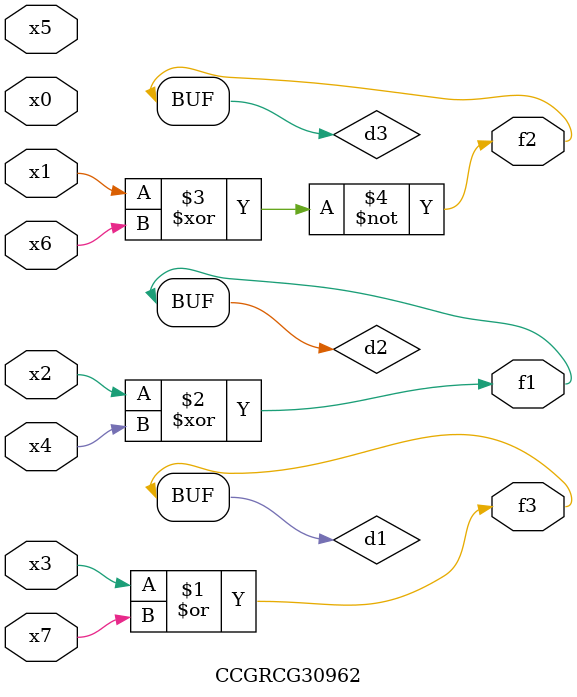
<source format=v>
module CCGRCG30962(
	input x0, x1, x2, x3, x4, x5, x6, x7,
	output f1, f2, f3
);

	wire d1, d2, d3;

	or (d1, x3, x7);
	xor (d2, x2, x4);
	xnor (d3, x1, x6);
	assign f1 = d2;
	assign f2 = d3;
	assign f3 = d1;
endmodule

</source>
